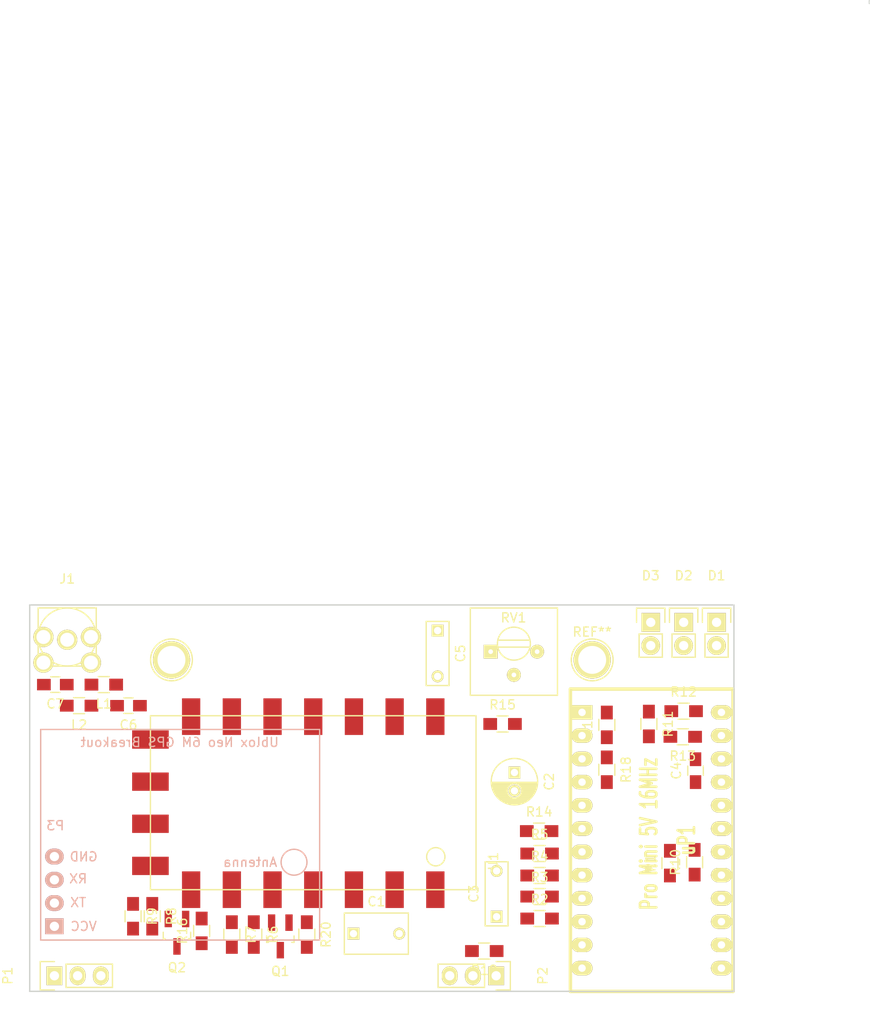
<source format=kicad_pcb>
(kicad_pcb (version 4) (host pcbnew 4.0.1-stable)

  (general
    (links 80)
    (no_connects 80)
    (area 42.2 27.524999 185.275001 172.625001)
    (thickness 1.6)
    (drawings 5)
    (tracks 0)
    (zones 0)
    (modules 43)
    (nets 34)
  )

  (page A4)
  (layers
    (0 F.Cu signal)
    (31 B.Cu signal)
    (32 B.Adhes user)
    (33 F.Adhes user)
    (34 B.Paste user)
    (35 F.Paste user)
    (36 B.SilkS user)
    (37 F.SilkS user)
    (38 B.Mask user)
    (39 F.Mask user)
    (40 Dwgs.User user)
    (41 Cmts.User user)
    (42 Eco1.User user)
    (43 Eco2.User user)
    (44 Edge.Cuts user)
    (45 Margin user)
    (46 B.CrtYd user)
    (47 F.CrtYd user)
    (48 B.Fab user)
    (49 F.Fab user)
  )

  (setup
    (last_trace_width 0.25)
    (trace_clearance 0.2)
    (zone_clearance 0.508)
    (zone_45_only no)
    (trace_min 0.2)
    (segment_width 0.2)
    (edge_width 0.15)
    (via_size 0.6)
    (via_drill 0.4)
    (via_min_size 0.4)
    (via_min_drill 0.3)
    (uvia_size 0.3)
    (uvia_drill 0.1)
    (uvias_allowed no)
    (uvia_min_size 0.2)
    (uvia_min_drill 0.1)
    (pcb_text_width 0.3)
    (pcb_text_size 1.5 1.5)
    (mod_edge_width 0.15)
    (mod_text_size 1 1)
    (mod_text_width 0.15)
    (pad_size 1.524 1.524)
    (pad_drill 0.762)
    (pad_to_mask_clearance 0.2)
    (aux_axis_origin 0 0)
    (grid_origin 93.4 93.6)
    (visible_elements FFFFFF7F)
    (pcbplotparams
      (layerselection 0x00030_80000001)
      (usegerberextensions false)
      (excludeedgelayer true)
      (linewidth 0.100000)
      (plotframeref false)
      (viasonmask false)
      (mode 1)
      (useauxorigin false)
      (hpglpennumber 1)
      (hpglpenspeed 20)
      (hpglpendiameter 15)
      (hpglpenoverlay 2)
      (psnegative false)
      (psa4output false)
      (plotreference true)
      (plotvalue true)
      (plotinvisibletext false)
      (padsonsilk false)
      (subtractmaskfromsilk false)
      (outputformat 1)
      (mirror false)
      (drillshape 1)
      (scaleselection 1)
      (outputdirectory ""))
  )

  (net 0 "")
  (net 1 /LINE_LEVEL_IN)
  (net 2 /AUDIO_IN)
  (net 3 "Net-(C2-Pad1)")
  (net 4 "Net-(C2-Pad2)")
  (net 5 GND)
  (net 6 /MIC_LEVEL_OUT)
  (net 7 +5V)
  (net 8 /D9)
  (net 9 "Net-(D1-Pad1)")
  (net 10 /D10)
  (net 11 "Net-(D2-Pad1)")
  (net 12 /V_BATT)
  (net 13 /RADIO_PD)
  (net 14 /RADIO_TX)
  (net 15 /TEMP_DATA)
  (net 16 /PTT_V+)
  (net 17 /GPS_RX)
  (net 18 "Net-(Q1-Pad2)")
  (net 19 "Net-(Q2-Pad2)")
  (net 20 /PTT_CONTROL)
  (net 21 /D7)
  (net 22 /D6)
  (net 23 /D5)
  (net 24 /D4)
  (net 25 /RADIO_PD_CONTROL)
  (net 26 "Net-(D3-Pad1)")
  (net 27 /STATUS_LED)
  (net 28 "Net-(R20-Pad1)")
  (net 29 "Net-(C6-Pad1)")
  (net 30 "Net-(C7-Pad1)")
  (net 31 "Net-(L1-Pad2)")
  (net 32 "Net-(C5-Pad2)")
  (net 33 "Net-(R17-Pad2)")

  (net_class Default "This is the default net class."
    (clearance 0.2)
    (trace_width 0.25)
    (via_dia 0.6)
    (via_drill 0.4)
    (uvia_dia 0.3)
    (uvia_drill 0.1)
    (add_net +5V)
    (add_net /AUDIO_IN)
    (add_net /D10)
    (add_net /D4)
    (add_net /D5)
    (add_net /D6)
    (add_net /D7)
    (add_net /D9)
    (add_net /GPS_RX)
    (add_net /LINE_LEVEL_IN)
    (add_net /MIC_LEVEL_OUT)
    (add_net /PTT_CONTROL)
    (add_net /PTT_V+)
    (add_net /RADIO_PD)
    (add_net /RADIO_PD_CONTROL)
    (add_net /RADIO_TX)
    (add_net /STATUS_LED)
    (add_net /TEMP_DATA)
    (add_net /V_BATT)
    (add_net GND)
    (add_net "Net-(C2-Pad1)")
    (add_net "Net-(C2-Pad2)")
    (add_net "Net-(C5-Pad2)")
    (add_net "Net-(C6-Pad1)")
    (add_net "Net-(C7-Pad1)")
    (add_net "Net-(D1-Pad1)")
    (add_net "Net-(D2-Pad1)")
    (add_net "Net-(D3-Pad1)")
    (add_net "Net-(L1-Pad2)")
    (add_net "Net-(Q1-Pad2)")
    (add_net "Net-(Q2-Pad2)")
    (add_net "Net-(R17-Pad2)")
    (add_net "Net-(R20-Pad1)")
  )

  (module Connect:1pin (layer F.Cu) (tedit 56E2E04D) (tstamp 56E2DD41)
    (at 108.9 99.6)
    (descr "module 1 pin (ou trou mecanique de percage)")
    (tags DEV)
    (fp_text reference REF** (at 0 -3.048) (layer F.SilkS) hide
      (effects (font (size 1 1) (thickness 0.15)))
    )
    (fp_text value 1pin (at 0 2.794) (layer F.Fab)
      (effects (font (size 1 1) (thickness 0.15)))
    )
    (fp_circle (center 0 0) (end 0 -2.286) (layer F.SilkS) (width 0.15))
    (pad 1 thru_hole circle (at 0 0) (size 4.064 4.064) (drill 3.048) (layers *.Cu *.Mask F.SilkS))
  )

  (module Capacitors_ThroughHole:C_Rect_L7_W4.5_P5 placed (layer F.Cu) (tedit 0) (tstamp 56DD9EEE)
    (at 128.8 129.5)
    (descr "Film Capacitor Length 7mm x Width 4.5mm, Pitch 5mm")
    (tags Capacitor)
    (path /56C9C734)
    (fp_text reference C1 (at 2.5 -3.5) (layer F.SilkS)
      (effects (font (size 1 1) (thickness 0.15)))
    )
    (fp_text value 1uF (at 2.5 3.5) (layer F.Fab)
      (effects (font (size 1 1) (thickness 0.15)))
    )
    (fp_line (start -1.25 -2.5) (end 6.25 -2.5) (layer F.CrtYd) (width 0.05))
    (fp_line (start 6.25 -2.5) (end 6.25 2.5) (layer F.CrtYd) (width 0.05))
    (fp_line (start 6.25 2.5) (end -1.25 2.5) (layer F.CrtYd) (width 0.05))
    (fp_line (start -1.25 2.5) (end -1.25 -2.5) (layer F.CrtYd) (width 0.05))
    (fp_line (start -1 -2.25) (end 6 -2.25) (layer F.SilkS) (width 0.15))
    (fp_line (start 6 -2.25) (end 6 2.25) (layer F.SilkS) (width 0.15))
    (fp_line (start 6 2.25) (end -1 2.25) (layer F.SilkS) (width 0.15))
    (fp_line (start -1 2.25) (end -1 -2.25) (layer F.SilkS) (width 0.15))
    (pad 1 thru_hole rect (at 0 0) (size 1.3 1.3) (drill 0.8) (layers *.Cu *.Mask F.SilkS)
      (net 1 /LINE_LEVEL_IN))
    (pad 2 thru_hole circle (at 5 0) (size 1.3 1.3) (drill 0.8) (layers *.Cu *.Mask F.SilkS)
      (net 2 /AUDIO_IN))
    (model Capacitors_ThroughHole.3dshapes/C_Rect_L7_W4.5_P5.wrl
      (at (xyz 0.098425 0 0))
      (scale (xyz 1 1 1))
      (rotate (xyz 0 0 0))
    )
  )

  (module Capacitors_ThroughHole:C_Radial_D5_L11_P2 placed (layer F.Cu) (tedit 0) (tstamp 56DD9EF4)
    (at 146.4 111.9 270)
    (descr "Radial Electrolytic Capacitor 5mm x Length 11mm, Pitch 2mm")
    (tags "Electrolytic Capacitor")
    (path /56C9DC4C)
    (fp_text reference C2 (at 1 -3.8 270) (layer F.SilkS)
      (effects (font (size 1 1) (thickness 0.15)))
    )
    (fp_text value 4.7uF (at 1 3.8 270) (layer F.Fab)
      (effects (font (size 1 1) (thickness 0.15)))
    )
    (fp_line (start 1.075 -2.499) (end 1.075 2.499) (layer F.SilkS) (width 0.15))
    (fp_line (start 1.215 -2.491) (end 1.215 -0.154) (layer F.SilkS) (width 0.15))
    (fp_line (start 1.215 0.154) (end 1.215 2.491) (layer F.SilkS) (width 0.15))
    (fp_line (start 1.355 -2.475) (end 1.355 -0.473) (layer F.SilkS) (width 0.15))
    (fp_line (start 1.355 0.473) (end 1.355 2.475) (layer F.SilkS) (width 0.15))
    (fp_line (start 1.495 -2.451) (end 1.495 -0.62) (layer F.SilkS) (width 0.15))
    (fp_line (start 1.495 0.62) (end 1.495 2.451) (layer F.SilkS) (width 0.15))
    (fp_line (start 1.635 -2.418) (end 1.635 -0.712) (layer F.SilkS) (width 0.15))
    (fp_line (start 1.635 0.712) (end 1.635 2.418) (layer F.SilkS) (width 0.15))
    (fp_line (start 1.775 -2.377) (end 1.775 -0.768) (layer F.SilkS) (width 0.15))
    (fp_line (start 1.775 0.768) (end 1.775 2.377) (layer F.SilkS) (width 0.15))
    (fp_line (start 1.915 -2.327) (end 1.915 -0.795) (layer F.SilkS) (width 0.15))
    (fp_line (start 1.915 0.795) (end 1.915 2.327) (layer F.SilkS) (width 0.15))
    (fp_line (start 2.055 -2.266) (end 2.055 -0.798) (layer F.SilkS) (width 0.15))
    (fp_line (start 2.055 0.798) (end 2.055 2.266) (layer F.SilkS) (width 0.15))
    (fp_line (start 2.195 -2.196) (end 2.195 -0.776) (layer F.SilkS) (width 0.15))
    (fp_line (start 2.195 0.776) (end 2.195 2.196) (layer F.SilkS) (width 0.15))
    (fp_line (start 2.335 -2.114) (end 2.335 -0.726) (layer F.SilkS) (width 0.15))
    (fp_line (start 2.335 0.726) (end 2.335 2.114) (layer F.SilkS) (width 0.15))
    (fp_line (start 2.475 -2.019) (end 2.475 -0.644) (layer F.SilkS) (width 0.15))
    (fp_line (start 2.475 0.644) (end 2.475 2.019) (layer F.SilkS) (width 0.15))
    (fp_line (start 2.615 -1.908) (end 2.615 -0.512) (layer F.SilkS) (width 0.15))
    (fp_line (start 2.615 0.512) (end 2.615 1.908) (layer F.SilkS) (width 0.15))
    (fp_line (start 2.755 -1.78) (end 2.755 -0.265) (layer F.SilkS) (width 0.15))
    (fp_line (start 2.755 0.265) (end 2.755 1.78) (layer F.SilkS) (width 0.15))
    (fp_line (start 2.895 -1.631) (end 2.895 1.631) (layer F.SilkS) (width 0.15))
    (fp_line (start 3.035 -1.452) (end 3.035 1.452) (layer F.SilkS) (width 0.15))
    (fp_line (start 3.175 -1.233) (end 3.175 1.233) (layer F.SilkS) (width 0.15))
    (fp_line (start 3.315 -0.944) (end 3.315 0.944) (layer F.SilkS) (width 0.15))
    (fp_line (start 3.455 -0.472) (end 3.455 0.472) (layer F.SilkS) (width 0.15))
    (fp_circle (center 2 0) (end 2 -0.8) (layer F.SilkS) (width 0.15))
    (fp_circle (center 1 0) (end 1 -2.5375) (layer F.SilkS) (width 0.15))
    (fp_circle (center 1 0) (end 1 -2.8) (layer F.CrtYd) (width 0.05))
    (pad 1 thru_hole rect (at 0 0 270) (size 1.3 1.3) (drill 0.8) (layers *.Cu *.Mask F.SilkS)
      (net 3 "Net-(C2-Pad1)"))
    (pad 2 thru_hole circle (at 2 0 270) (size 1.3 1.3) (drill 0.8) (layers *.Cu *.Mask F.SilkS)
      (net 4 "Net-(C2-Pad2)"))
    (model Capacitors_ThroughHole.3dshapes/C_Radial_D5_L11_P2.wrl
      (at (xyz 0 0 0))
      (scale (xyz 1 1 1))
      (rotate (xyz 0 0 0))
    )
  )

  (module Capacitors_ThroughHole:C_Rect_L7_W2.5_P5 placed (layer F.Cu) (tedit 0) (tstamp 56DD9EFA)
    (at 144.45 127.65 90)
    (descr "Film Capacitor Length 7mm x Width 2.5mm, Pitch 5mm")
    (tags Capacitor)
    (path /56C9DC08)
    (fp_text reference C3 (at 2.5 -2.5 90) (layer F.SilkS)
      (effects (font (size 1 1) (thickness 0.15)))
    )
    (fp_text value 100nF (at 2.5 2.5 90) (layer F.Fab)
      (effects (font (size 1 1) (thickness 0.15)))
    )
    (fp_line (start -1.25 -1.5) (end 6.25 -1.5) (layer F.CrtYd) (width 0.05))
    (fp_line (start 6.25 -1.5) (end 6.25 1.5) (layer F.CrtYd) (width 0.05))
    (fp_line (start 6.25 1.5) (end -1.25 1.5) (layer F.CrtYd) (width 0.05))
    (fp_line (start -1.25 1.5) (end -1.25 -1.5) (layer F.CrtYd) (width 0.05))
    (fp_line (start -1 -1.25) (end 6 -1.25) (layer F.SilkS) (width 0.15))
    (fp_line (start 6 -1.25) (end 6 1.25) (layer F.SilkS) (width 0.15))
    (fp_line (start 6 1.25) (end -1 1.25) (layer F.SilkS) (width 0.15))
    (fp_line (start -1 1.25) (end -1 -1.25) (layer F.SilkS) (width 0.15))
    (pad 1 thru_hole rect (at 0 0 90) (size 1.3 1.3) (drill 0.8) (layers *.Cu *.Mask F.SilkS)
      (net 4 "Net-(C2-Pad2)"))
    (pad 2 thru_hole circle (at 5 0 90) (size 1.3 1.3) (drill 0.8) (layers *.Cu *.Mask F.SilkS)
      (net 5 GND))
  )

  (module Capacitors_SMD:C_0805_HandSoldering placed (layer F.Cu) (tedit 541A9B8D) (tstamp 56DD9F0C)
    (at 104.2 104.6 180)
    (descr "Capacitor SMD 0805, hand soldering")
    (tags "capacitor 0805")
    (path /56DD9C68)
    (attr smd)
    (fp_text reference C6 (at 0 -2.1 180) (layer F.SilkS)
      (effects (font (size 1 1) (thickness 0.15)))
    )
    (fp_text value 15pF (at 0 2.1 180) (layer F.Fab)
      (effects (font (size 1 1) (thickness 0.15)))
    )
    (fp_line (start -2.3 -1) (end 2.3 -1) (layer F.CrtYd) (width 0.05))
    (fp_line (start -2.3 1) (end 2.3 1) (layer F.CrtYd) (width 0.05))
    (fp_line (start -2.3 -1) (end -2.3 1) (layer F.CrtYd) (width 0.05))
    (fp_line (start 2.3 -1) (end 2.3 1) (layer F.CrtYd) (width 0.05))
    (fp_line (start 0.5 -0.85) (end -0.5 -0.85) (layer F.SilkS) (width 0.15))
    (fp_line (start -0.5 0.85) (end 0.5 0.85) (layer F.SilkS) (width 0.15))
    (pad 1 smd rect (at -1.25 0 180) (size 1.5 1.25) (layers F.Cu F.Paste F.Mask)
      (net 29 "Net-(C6-Pad1)"))
    (pad 2 smd rect (at 1.25 0 180) (size 1.5 1.25) (layers F.Cu F.Paste F.Mask)
      (net 5 GND))
    (model Capacitors_SMD.3dshapes/C_0805_HandSoldering.wrl
      (at (xyz 0 0 0))
      (scale (xyz 1 1 1))
      (rotate (xyz 0 0 0))
    )
  )

  (module Capacitors_SMD:C_0805_HandSoldering placed (layer F.Cu) (tedit 541A9B8D) (tstamp 56DD9F12)
    (at 96.2 102.3 180)
    (descr "Capacitor SMD 0805, hand soldering")
    (tags "capacitor 0805")
    (path /56DD9CFA)
    (attr smd)
    (fp_text reference C7 (at 0 -2.1 180) (layer F.SilkS)
      (effects (font (size 1 1) (thickness 0.15)))
    )
    (fp_text value 15pF (at 0 2.1 180) (layer F.Fab)
      (effects (font (size 1 1) (thickness 0.15)))
    )
    (fp_line (start -2.3 -1) (end 2.3 -1) (layer F.CrtYd) (width 0.05))
    (fp_line (start -2.3 1) (end 2.3 1) (layer F.CrtYd) (width 0.05))
    (fp_line (start -2.3 -1) (end -2.3 1) (layer F.CrtYd) (width 0.05))
    (fp_line (start 2.3 -1) (end 2.3 1) (layer F.CrtYd) (width 0.05))
    (fp_line (start 0.5 -0.85) (end -0.5 -0.85) (layer F.SilkS) (width 0.15))
    (fp_line (start -0.5 0.85) (end 0.5 0.85) (layer F.SilkS) (width 0.15))
    (pad 1 smd rect (at -1.25 0 180) (size 1.5 1.25) (layers F.Cu F.Paste F.Mask)
      (net 30 "Net-(C7-Pad1)"))
    (pad 2 smd rect (at 1.25 0 180) (size 1.5 1.25) (layers F.Cu F.Paste F.Mask)
      (net 5 GND))
    (model Capacitors_SMD.3dshapes/C_0805_HandSoldering.wrl
      (at (xyz 0 0 0))
      (scale (xyz 1 1 1))
      (rotate (xyz 0 0 0))
    )
  )

  (module Pin_Headers:Pin_Header_Straight_1x02 placed (layer F.Cu) (tedit 54EA090C) (tstamp 56DD9F18)
    (at 168.5 95.5)
    (descr "Through hole pin header")
    (tags "pin header")
    (path /56C9DB34)
    (fp_text reference D1 (at 0 -5.1) (layer F.SilkS)
      (effects (font (size 1 1) (thickness 0.15)))
    )
    (fp_text value "TX (GREEN)" (at 0 -3.1) (layer F.Fab)
      (effects (font (size 1 1) (thickness 0.15)))
    )
    (fp_line (start 1.27 1.27) (end 1.27 3.81) (layer F.SilkS) (width 0.15))
    (fp_line (start 1.55 -1.55) (end 1.55 0) (layer F.SilkS) (width 0.15))
    (fp_line (start -1.75 -1.75) (end -1.75 4.3) (layer F.CrtYd) (width 0.05))
    (fp_line (start 1.75 -1.75) (end 1.75 4.3) (layer F.CrtYd) (width 0.05))
    (fp_line (start -1.75 -1.75) (end 1.75 -1.75) (layer F.CrtYd) (width 0.05))
    (fp_line (start -1.75 4.3) (end 1.75 4.3) (layer F.CrtYd) (width 0.05))
    (fp_line (start 1.27 1.27) (end -1.27 1.27) (layer F.SilkS) (width 0.15))
    (fp_line (start -1.55 0) (end -1.55 -1.55) (layer F.SilkS) (width 0.15))
    (fp_line (start -1.55 -1.55) (end 1.55 -1.55) (layer F.SilkS) (width 0.15))
    (fp_line (start -1.27 1.27) (end -1.27 3.81) (layer F.SilkS) (width 0.15))
    (fp_line (start -1.27 3.81) (end 1.27 3.81) (layer F.SilkS) (width 0.15))
    (pad 1 thru_hole rect (at 0 0) (size 2.032 2.032) (drill 1.016) (layers *.Cu *.Mask F.SilkS)
      (net 9 "Net-(D1-Pad1)"))
    (pad 2 thru_hole oval (at 0 2.54) (size 2.032 2.032) (drill 1.016) (layers *.Cu *.Mask F.SilkS)
      (net 8 /D9))
    (model Pin_Headers.3dshapes/Pin_Header_Straight_1x02.wrl
      (at (xyz 0 -0.05 0))
      (scale (xyz 1 1 1))
      (rotate (xyz 0 0 90))
    )
  )

  (module Pin_Headers:Pin_Header_Straight_1x02 placed (layer F.Cu) (tedit 54EA090C) (tstamp 56DD9F1E)
    (at 164.9 95.5)
    (descr "Through hole pin header")
    (tags "pin header")
    (path /56C9DB72)
    (fp_text reference D2 (at 0 -5.1) (layer F.SilkS)
      (effects (font (size 1 1) (thickness 0.15)))
    )
    (fp_text value "RX (RED)" (at 0 -3.1) (layer F.Fab)
      (effects (font (size 1 1) (thickness 0.15)))
    )
    (fp_line (start 1.27 1.27) (end 1.27 3.81) (layer F.SilkS) (width 0.15))
    (fp_line (start 1.55 -1.55) (end 1.55 0) (layer F.SilkS) (width 0.15))
    (fp_line (start -1.75 -1.75) (end -1.75 4.3) (layer F.CrtYd) (width 0.05))
    (fp_line (start 1.75 -1.75) (end 1.75 4.3) (layer F.CrtYd) (width 0.05))
    (fp_line (start -1.75 -1.75) (end 1.75 -1.75) (layer F.CrtYd) (width 0.05))
    (fp_line (start -1.75 4.3) (end 1.75 4.3) (layer F.CrtYd) (width 0.05))
    (fp_line (start 1.27 1.27) (end -1.27 1.27) (layer F.SilkS) (width 0.15))
    (fp_line (start -1.55 0) (end -1.55 -1.55) (layer F.SilkS) (width 0.15))
    (fp_line (start -1.55 -1.55) (end 1.55 -1.55) (layer F.SilkS) (width 0.15))
    (fp_line (start -1.27 1.27) (end -1.27 3.81) (layer F.SilkS) (width 0.15))
    (fp_line (start -1.27 3.81) (end 1.27 3.81) (layer F.SilkS) (width 0.15))
    (pad 1 thru_hole rect (at 0 0) (size 2.032 2.032) (drill 1.016) (layers *.Cu *.Mask F.SilkS)
      (net 11 "Net-(D2-Pad1)"))
    (pad 2 thru_hole oval (at 0 2.54) (size 2.032 2.032) (drill 1.016) (layers *.Cu *.Mask F.SilkS)
      (net 10 /D10))
    (model Pin_Headers.3dshapes/Pin_Header_Straight_1x02.wrl
      (at (xyz 0 -0.05 0))
      (scale (xyz 1 1 1))
      (rotate (xyz 0 0 90))
    )
  )

  (module Pin_Headers:Pin_Header_Straight_1x02 placed (layer F.Cu) (tedit 54EA090C) (tstamp 56DD9F24)
    (at 161.3 95.5)
    (descr "Through hole pin header")
    (tags "pin header")
    (path /56DD8E67)
    (fp_text reference D3 (at 0 -5.1) (layer F.SilkS)
      (effects (font (size 1 1) (thickness 0.15)))
    )
    (fp_text value "STATUS (GREEN)" (at 0 -3.1) (layer F.Fab)
      (effects (font (size 1 1) (thickness 0.15)))
    )
    (fp_line (start 1.27 1.27) (end 1.27 3.81) (layer F.SilkS) (width 0.15))
    (fp_line (start 1.55 -1.55) (end 1.55 0) (layer F.SilkS) (width 0.15))
    (fp_line (start -1.75 -1.75) (end -1.75 4.3) (layer F.CrtYd) (width 0.05))
    (fp_line (start 1.75 -1.75) (end 1.75 4.3) (layer F.CrtYd) (width 0.05))
    (fp_line (start -1.75 -1.75) (end 1.75 -1.75) (layer F.CrtYd) (width 0.05))
    (fp_line (start -1.75 4.3) (end 1.75 4.3) (layer F.CrtYd) (width 0.05))
    (fp_line (start 1.27 1.27) (end -1.27 1.27) (layer F.SilkS) (width 0.15))
    (fp_line (start -1.55 0) (end -1.55 -1.55) (layer F.SilkS) (width 0.15))
    (fp_line (start -1.55 -1.55) (end 1.55 -1.55) (layer F.SilkS) (width 0.15))
    (fp_line (start -1.27 1.27) (end -1.27 3.81) (layer F.SilkS) (width 0.15))
    (fp_line (start -1.27 3.81) (end 1.27 3.81) (layer F.SilkS) (width 0.15))
    (pad 1 thru_hole rect (at 0 0) (size 2.032 2.032) (drill 1.016) (layers *.Cu *.Mask F.SilkS)
      (net 26 "Net-(D3-Pad1)"))
    (pad 2 thru_hole oval (at 0 2.54) (size 2.032 2.032) (drill 1.016) (layers *.Cu *.Mask F.SilkS)
      (net 27 /STATUS_LED))
    (model Pin_Headers.3dshapes/Pin_Header_Straight_1x02.wrl
      (at (xyz 0 -0.05 0))
      (scale (xyz 1 1 1))
      (rotate (xyz 0 0 90))
    )
  )

  (module sma_female_top:sma_female_top placed (layer F.Cu) (tedit 56A73071) (tstamp 56DD9F2D)
    (at 97.5 97.1 180)
    (path /56DD4C3D)
    (fp_text reference J1 (at 0 6.35 180) (layer F.SilkS)
      (effects (font (size 1 1) (thickness 0.15)))
    )
    (fp_text value SMA (at 0.1 2.8 180) (layer F.Fab)
      (effects (font (size 1 1) (thickness 0.15)))
    )
    (fp_circle (center 0 0) (end 0 -3.175) (layer F.SilkS) (width 0.15))
    (fp_line (start -3.175 -3.175) (end -3.175 3.175) (layer F.SilkS) (width 0.15))
    (fp_line (start -3.175 3.175) (end 3.175 3.175) (layer F.SilkS) (width 0.15))
    (fp_line (start 3.175 3.175) (end 3.175 -3.175) (layer F.SilkS) (width 0.15))
    (fp_line (start 3.175 -3.175) (end -3.175 -3.175) (layer F.SilkS) (width 0.15))
    (pad 1 thru_hole circle (at 0 -0.3 180) (size 2.2 2.2) (drill 1.524) (layers *.Cu *.Mask F.SilkS)
      (net 30 "Net-(C7-Pad1)"))
    (pad 4 thru_hole circle (at 2.6 -2.8 180) (size 2.2 2.2) (drill 1.524) (layers *.Cu *.Mask F.SilkS)
      (net 5 GND))
    (pad 3 thru_hole circle (at -2.6 -2.8 180) (size 2.2 2.2) (drill 1.524) (layers *.Cu *.Mask F.SilkS)
      (net 5 GND))
    (pad 2 thru_hole circle (at -2.6 0 180) (size 2.2 2.2) (drill 1.524) (layers *.Cu *.Mask F.SilkS)
      (net 5 GND))
    (pad 5 thru_hole circle (at 2.6 0 180) (size 2.2 2.2) (drill 1.524) (layers *.Cu *.Mask F.SilkS)
      (net 5 GND))
  )

  (module Resistors_SMD:R_0805_HandSoldering placed (layer F.Cu) (tedit 54189DEE) (tstamp 56DD9F33)
    (at 101.5 102.3 180)
    (descr "Resistor SMD 0805, hand soldering")
    (tags "resistor 0805")
    (path /56DD9B69)
    (attr smd)
    (fp_text reference L1 (at 0 -2.1 180) (layer F.SilkS)
      (effects (font (size 1 1) (thickness 0.15)))
    )
    (fp_text value 0.027uH (at 0 2.1 180) (layer F.Fab)
      (effects (font (size 1 1) (thickness 0.15)))
    )
    (fp_line (start -2.4 -1) (end 2.4 -1) (layer F.CrtYd) (width 0.05))
    (fp_line (start -2.4 1) (end 2.4 1) (layer F.CrtYd) (width 0.05))
    (fp_line (start -2.4 -1) (end -2.4 1) (layer F.CrtYd) (width 0.05))
    (fp_line (start 2.4 -1) (end 2.4 1) (layer F.CrtYd) (width 0.05))
    (fp_line (start 0.6 0.875) (end -0.6 0.875) (layer F.SilkS) (width 0.15))
    (fp_line (start -0.6 -0.875) (end 0.6 -0.875) (layer F.SilkS) (width 0.15))
    (pad 1 smd rect (at -1.35 0 180) (size 1.5 1.3) (layers F.Cu F.Paste F.Mask)
      (net 29 "Net-(C6-Pad1)"))
    (pad 2 smd rect (at 1.35 0 180) (size 1.5 1.3) (layers F.Cu F.Paste F.Mask)
      (net 31 "Net-(L1-Pad2)"))
    (model Resistors_SMD.3dshapes/R_0805_HandSoldering.wrl
      (at (xyz 0 0 0))
      (scale (xyz 1 1 1))
      (rotate (xyz 0 0 0))
    )
  )

  (module Resistors_SMD:R_0805_HandSoldering placed (layer F.Cu) (tedit 54189DEE) (tstamp 56DD9F39)
    (at 98.8 104.6 180)
    (descr "Resistor SMD 0805, hand soldering")
    (tags "resistor 0805")
    (path /56DDA6F2)
    (attr smd)
    (fp_text reference L2 (at 0 -2.1 180) (layer F.SilkS)
      (effects (font (size 1 1) (thickness 0.15)))
    )
    (fp_text value 0.027uH (at 0 2.1 180) (layer F.Fab)
      (effects (font (size 1 1) (thickness 0.15)))
    )
    (fp_line (start -2.4 -1) (end 2.4 -1) (layer F.CrtYd) (width 0.05))
    (fp_line (start -2.4 1) (end 2.4 1) (layer F.CrtYd) (width 0.05))
    (fp_line (start -2.4 -1) (end -2.4 1) (layer F.CrtYd) (width 0.05))
    (fp_line (start 2.4 -1) (end 2.4 1) (layer F.CrtYd) (width 0.05))
    (fp_line (start 0.6 0.875) (end -0.6 0.875) (layer F.SilkS) (width 0.15))
    (fp_line (start -0.6 -0.875) (end 0.6 -0.875) (layer F.SilkS) (width 0.15))
    (pad 1 smd rect (at -1.35 0 180) (size 1.5 1.3) (layers F.Cu F.Paste F.Mask)
      (net 31 "Net-(L1-Pad2)"))
    (pad 2 smd rect (at 1.35 0 180) (size 1.5 1.3) (layers F.Cu F.Paste F.Mask)
      (net 30 "Net-(C7-Pad1)"))
    (model Resistors_SMD.3dshapes/R_0805_HandSoldering.wrl
      (at (xyz 0 0 0))
      (scale (xyz 1 1 1))
      (rotate (xyz 0 0 0))
    )
  )

  (module Pin_Headers:Pin_Header_Straight_1x03 placed (layer F.Cu) (tedit 0) (tstamp 56DD9F40)
    (at 96.1 134.1 90)
    (descr "Through hole pin header")
    (tags "pin header")
    (path /56CB6451)
    (fp_text reference P1 (at 0 -5.1 90) (layer F.SilkS)
      (effects (font (size 1 1) (thickness 0.15)))
    )
    (fp_text value POWER (at 0 -3.1 90) (layer F.Fab)
      (effects (font (size 1 1) (thickness 0.15)))
    )
    (fp_line (start -1.75 -1.75) (end -1.75 6.85) (layer F.CrtYd) (width 0.05))
    (fp_line (start 1.75 -1.75) (end 1.75 6.85) (layer F.CrtYd) (width 0.05))
    (fp_line (start -1.75 -1.75) (end 1.75 -1.75) (layer F.CrtYd) (width 0.05))
    (fp_line (start -1.75 6.85) (end 1.75 6.85) (layer F.CrtYd) (width 0.05))
    (fp_line (start -1.27 1.27) (end -1.27 6.35) (layer F.SilkS) (width 0.15))
    (fp_line (start -1.27 6.35) (end 1.27 6.35) (layer F.SilkS) (width 0.15))
    (fp_line (start 1.27 6.35) (end 1.27 1.27) (layer F.SilkS) (width 0.15))
    (fp_line (start 1.55 -1.55) (end 1.55 0) (layer F.SilkS) (width 0.15))
    (fp_line (start 1.27 1.27) (end -1.27 1.27) (layer F.SilkS) (width 0.15))
    (fp_line (start -1.55 0) (end -1.55 -1.55) (layer F.SilkS) (width 0.15))
    (fp_line (start -1.55 -1.55) (end 1.55 -1.55) (layer F.SilkS) (width 0.15))
    (pad 1 thru_hole rect (at 0 0 90) (size 2.032 1.7272) (drill 1.016) (layers *.Cu *.Mask F.SilkS)
      (net 12 /V_BATT))
    (pad 2 thru_hole oval (at 0 2.54 90) (size 2.032 1.7272) (drill 1.016) (layers *.Cu *.Mask F.SilkS)
      (net 5 GND))
    (pad 3 thru_hole oval (at 0 5.08 90) (size 2.032 1.7272) (drill 1.016) (layers *.Cu *.Mask F.SilkS)
      (net 7 +5V))
    (model Pin_Headers.3dshapes/Pin_Header_Straight_1x03.wrl
      (at (xyz 0 -0.1 0))
      (scale (xyz 1 1 1))
      (rotate (xyz 0 0 90))
    )
  )

  (module TO_SOT_Packages_SMD:SOT-23_Handsoldering placed (layer F.Cu) (tedit 54E9291B) (tstamp 56DD9F56)
    (at 120.8 129.8 180)
    (descr "SOT-23, Handsoldering")
    (tags SOT-23)
    (path /56C9C6A9)
    (attr smd)
    (fp_text reference Q1 (at 0 -3.81 180) (layer F.SilkS)
      (effects (font (size 1 1) (thickness 0.15)))
    )
    (fp_text value 2N7002 (at 0 3.81 180) (layer F.Fab)
      (effects (font (size 1 1) (thickness 0.15)))
    )
    (fp_line (start -1.49982 0.0508) (end -1.49982 -0.65024) (layer F.SilkS) (width 0.15))
    (fp_line (start -1.49982 -0.65024) (end -1.2509 -0.65024) (layer F.SilkS) (width 0.15))
    (fp_line (start 1.29916 -0.65024) (end 1.49982 -0.65024) (layer F.SilkS) (width 0.15))
    (fp_line (start 1.49982 -0.65024) (end 1.49982 0.0508) (layer F.SilkS) (width 0.15))
    (pad 1 smd rect (at -0.95 1.50114 180) (size 0.8001 1.80086) (layers F.Cu F.Paste F.Mask)
      (net 16 /PTT_V+))
    (pad 2 smd rect (at 0.95 1.50114 180) (size 0.8001 1.80086) (layers F.Cu F.Paste F.Mask)
      (net 18 "Net-(Q1-Pad2)"))
    (pad 3 smd rect (at 0 -1.50114 180) (size 0.8001 1.80086) (layers F.Cu F.Paste F.Mask)
      (net 5 GND))
    (model TO_SOT_Packages_SMD.3dshapes/SOT-23_Handsoldering.wrl
      (at (xyz 0 0 0))
      (scale (xyz 1 1 1))
      (rotate (xyz 0 0 0))
    )
  )

  (module TO_SOT_Packages_SMD:SOT-23_Handsoldering placed (layer F.Cu) (tedit 54E9291B) (tstamp 56DD9F5D)
    (at 109.5 129.4 180)
    (descr "SOT-23, Handsoldering")
    (tags SOT-23)
    (path /56D9C472)
    (attr smd)
    (fp_text reference Q2 (at 0 -3.81 180) (layer F.SilkS)
      (effects (font (size 1 1) (thickness 0.15)))
    )
    (fp_text value 2N7002 (at 0 3.81 180) (layer F.Fab)
      (effects (font (size 1 1) (thickness 0.15)))
    )
    (fp_line (start -1.49982 0.0508) (end -1.49982 -0.65024) (layer F.SilkS) (width 0.15))
    (fp_line (start -1.49982 -0.65024) (end -1.2509 -0.65024) (layer F.SilkS) (width 0.15))
    (fp_line (start 1.29916 -0.65024) (end 1.49982 -0.65024) (layer F.SilkS) (width 0.15))
    (fp_line (start 1.49982 -0.65024) (end 1.49982 0.0508) (layer F.SilkS) (width 0.15))
    (pad 1 smd rect (at -0.95 1.50114 180) (size 0.8001 1.80086) (layers F.Cu F.Paste F.Mask)
      (net 13 /RADIO_PD))
    (pad 2 smd rect (at 0.95 1.50114 180) (size 0.8001 1.80086) (layers F.Cu F.Paste F.Mask)
      (net 19 "Net-(Q2-Pad2)"))
    (pad 3 smd rect (at 0 -1.50114 180) (size 0.8001 1.80086) (layers F.Cu F.Paste F.Mask)
      (net 5 GND))
    (model TO_SOT_Packages_SMD.3dshapes/SOT-23_Handsoldering.wrl
      (at (xyz 0 0 0))
      (scale (xyz 1 1 1))
      (rotate (xyz 0 0 0))
    )
  )

  (module Resistors_SMD:R_0805_HandSoldering placed (layer F.Cu) (tedit 54189DEE) (tstamp 56DD9F63)
    (at 163.4 121.8 90)
    (descr "Resistor SMD 0805, hand soldering")
    (tags "resistor 0805")
    (path /56C9C70D)
    (attr smd)
    (fp_text reference R1 (at 0 -2.1 90) (layer F.SilkS)
      (effects (font (size 1 1) (thickness 0.15)))
    )
    (fp_text value 100K (at 0 2.1 90) (layer F.Fab)
      (effects (font (size 1 1) (thickness 0.15)))
    )
    (fp_line (start -2.4 -1) (end 2.4 -1) (layer F.CrtYd) (width 0.05))
    (fp_line (start -2.4 1) (end 2.4 1) (layer F.CrtYd) (width 0.05))
    (fp_line (start -2.4 -1) (end -2.4 1) (layer F.CrtYd) (width 0.05))
    (fp_line (start 2.4 -1) (end 2.4 1) (layer F.CrtYd) (width 0.05))
    (fp_line (start 0.6 0.875) (end -0.6 0.875) (layer F.SilkS) (width 0.15))
    (fp_line (start -0.6 -0.875) (end 0.6 -0.875) (layer F.SilkS) (width 0.15))
    (pad 1 smd rect (at -1.35 0 90) (size 1.5 1.3) (layers F.Cu F.Paste F.Mask)
      (net 2 /AUDIO_IN))
    (pad 2 smd rect (at 1.35 0 90) (size 1.5 1.3) (layers F.Cu F.Paste F.Mask)
      (net 7 +5V))
    (model Resistors_SMD.3dshapes/R_0805_HandSoldering.wrl
      (at (xyz 0 0 0))
      (scale (xyz 1 1 1))
      (rotate (xyz 0 0 0))
    )
  )

  (module Resistors_SMD:R_0805_HandSoldering placed (layer F.Cu) (tedit 54189DEE) (tstamp 56DD9F69)
    (at 149.15 127.85)
    (descr "Resistor SMD 0805, hand soldering")
    (tags "resistor 0805")
    (path /56C9DA36)
    (attr smd)
    (fp_text reference R2 (at 0 -2.1) (layer F.SilkS)
      (effects (font (size 1 1) (thickness 0.15)))
    )
    (fp_text value "1K 1%" (at 0 2.1) (layer F.Fab)
      (effects (font (size 1 1) (thickness 0.15)))
    )
    (fp_line (start -2.4 -1) (end 2.4 -1) (layer F.CrtYd) (width 0.05))
    (fp_line (start -2.4 1) (end 2.4 1) (layer F.CrtYd) (width 0.05))
    (fp_line (start -2.4 -1) (end -2.4 1) (layer F.CrtYd) (width 0.05))
    (fp_line (start 2.4 -1) (end 2.4 1) (layer F.CrtYd) (width 0.05))
    (fp_line (start 0.6 0.875) (end -0.6 0.875) (layer F.SilkS) (width 0.15))
    (fp_line (start -0.6 -0.875) (end 0.6 -0.875) (layer F.SilkS) (width 0.15))
    (pad 1 smd rect (at -1.35 0) (size 1.5 1.3) (layers F.Cu F.Paste F.Mask)
      (net 4 "Net-(C2-Pad2)"))
    (pad 2 smd rect (at 1.35 0) (size 1.5 1.3) (layers F.Cu F.Paste F.Mask)
      (net 21 /D7))
    (model Resistors_SMD.3dshapes/R_0805_HandSoldering.wrl
      (at (xyz 0 0 0))
      (scale (xyz 1 1 1))
      (rotate (xyz 0 0 0))
    )
  )

  (module Resistors_SMD:R_0805_HandSoldering placed (layer F.Cu) (tedit 54189DEE) (tstamp 56DD9F6F)
    (at 149.15 125.45)
    (descr "Resistor SMD 0805, hand soldering")
    (tags "resistor 0805")
    (path /56C9DA6A)
    (attr smd)
    (fp_text reference R3 (at 0 -2.1) (layer F.SilkS)
      (effects (font (size 1 1) (thickness 0.15)))
    )
    (fp_text value "2K2 1%" (at 0 2.1) (layer F.Fab)
      (effects (font (size 1 1) (thickness 0.15)))
    )
    (fp_line (start -2.4 -1) (end 2.4 -1) (layer F.CrtYd) (width 0.05))
    (fp_line (start -2.4 1) (end 2.4 1) (layer F.CrtYd) (width 0.05))
    (fp_line (start -2.4 -1) (end -2.4 1) (layer F.CrtYd) (width 0.05))
    (fp_line (start 2.4 -1) (end 2.4 1) (layer F.CrtYd) (width 0.05))
    (fp_line (start 0.6 0.875) (end -0.6 0.875) (layer F.SilkS) (width 0.15))
    (fp_line (start -0.6 -0.875) (end 0.6 -0.875) (layer F.SilkS) (width 0.15))
    (pad 1 smd rect (at -1.35 0) (size 1.5 1.3) (layers F.Cu F.Paste F.Mask)
      (net 4 "Net-(C2-Pad2)"))
    (pad 2 smd rect (at 1.35 0) (size 1.5 1.3) (layers F.Cu F.Paste F.Mask)
      (net 22 /D6))
    (model Resistors_SMD.3dshapes/R_0805_HandSoldering.wrl
      (at (xyz 0 0 0))
      (scale (xyz 1 1 1))
      (rotate (xyz 0 0 0))
    )
  )

  (module Resistors_SMD:R_0805_HandSoldering placed (layer F.Cu) (tedit 54189DEE) (tstamp 56DD9F75)
    (at 149.15 123.15)
    (descr "Resistor SMD 0805, hand soldering")
    (tags "resistor 0805")
    (path /56C9DAC8)
    (attr smd)
    (fp_text reference R4 (at 0 -2.1) (layer F.SilkS)
      (effects (font (size 1 1) (thickness 0.15)))
    )
    (fp_text value "3K9 1%" (at 0 2.1) (layer F.Fab)
      (effects (font (size 1 1) (thickness 0.15)))
    )
    (fp_line (start -2.4 -1) (end 2.4 -1) (layer F.CrtYd) (width 0.05))
    (fp_line (start -2.4 1) (end 2.4 1) (layer F.CrtYd) (width 0.05))
    (fp_line (start -2.4 -1) (end -2.4 1) (layer F.CrtYd) (width 0.05))
    (fp_line (start 2.4 -1) (end 2.4 1) (layer F.CrtYd) (width 0.05))
    (fp_line (start 0.6 0.875) (end -0.6 0.875) (layer F.SilkS) (width 0.15))
    (fp_line (start -0.6 -0.875) (end 0.6 -0.875) (layer F.SilkS) (width 0.15))
    (pad 1 smd rect (at -1.35 0) (size 1.5 1.3) (layers F.Cu F.Paste F.Mask)
      (net 4 "Net-(C2-Pad2)"))
    (pad 2 smd rect (at 1.35 0) (size 1.5 1.3) (layers F.Cu F.Paste F.Mask)
      (net 23 /D5))
    (model Resistors_SMD.3dshapes/R_0805_HandSoldering.wrl
      (at (xyz 0 0 0))
      (scale (xyz 1 1 1))
      (rotate (xyz 0 0 0))
    )
  )

  (module Resistors_SMD:R_0805_HandSoldering placed (layer F.Cu) (tedit 54189DEE) (tstamp 56DD9F7B)
    (at 149.15 120.75)
    (descr "Resistor SMD 0805, hand soldering")
    (tags "resistor 0805")
    (path /56C9DAFD)
    (attr smd)
    (fp_text reference R5 (at 0 -2.1) (layer F.SilkS)
      (effects (font (size 1 1) (thickness 0.15)))
    )
    (fp_text value "8K2 1%" (at 0 2.1) (layer F.Fab)
      (effects (font (size 1 1) (thickness 0.15)))
    )
    (fp_line (start -2.4 -1) (end 2.4 -1) (layer F.CrtYd) (width 0.05))
    (fp_line (start -2.4 1) (end 2.4 1) (layer F.CrtYd) (width 0.05))
    (fp_line (start -2.4 -1) (end -2.4 1) (layer F.CrtYd) (width 0.05))
    (fp_line (start 2.4 -1) (end 2.4 1) (layer F.CrtYd) (width 0.05))
    (fp_line (start 0.6 0.875) (end -0.6 0.875) (layer F.SilkS) (width 0.15))
    (fp_line (start -0.6 -0.875) (end 0.6 -0.875) (layer F.SilkS) (width 0.15))
    (pad 1 smd rect (at -1.35 0) (size 1.5 1.3) (layers F.Cu F.Paste F.Mask)
      (net 4 "Net-(C2-Pad2)"))
    (pad 2 smd rect (at 1.35 0) (size 1.5 1.3) (layers F.Cu F.Paste F.Mask)
      (net 24 /D4))
    (model Resistors_SMD.3dshapes/R_0805_HandSoldering.wrl
      (at (xyz 0 0 0))
      (scale (xyz 1 1 1))
      (rotate (xyz 0 0 0))
    )
  )

  (module Resistors_SMD:R_0805_HandSoldering placed (layer F.Cu) (tedit 54189DEE) (tstamp 56DD9F81)
    (at 117.9 129.6 270)
    (descr "Resistor SMD 0805, hand soldering")
    (tags "resistor 0805")
    (path /56C9C7DE)
    (attr smd)
    (fp_text reference R6 (at 0 -2.1 270) (layer F.SilkS)
      (effects (font (size 1 1) (thickness 0.15)))
    )
    (fp_text value 1K (at 0 2.1 270) (layer F.Fab)
      (effects (font (size 1 1) (thickness 0.15)))
    )
    (fp_line (start -2.4 -1) (end 2.4 -1) (layer F.CrtYd) (width 0.05))
    (fp_line (start -2.4 1) (end 2.4 1) (layer F.CrtYd) (width 0.05))
    (fp_line (start -2.4 -1) (end -2.4 1) (layer F.CrtYd) (width 0.05))
    (fp_line (start 2.4 -1) (end 2.4 1) (layer F.CrtYd) (width 0.05))
    (fp_line (start 0.6 0.875) (end -0.6 0.875) (layer F.SilkS) (width 0.15))
    (fp_line (start -0.6 -0.875) (end 0.6 -0.875) (layer F.SilkS) (width 0.15))
    (pad 1 smd rect (at -1.35 0 270) (size 1.5 1.3) (layers F.Cu F.Paste F.Mask)
      (net 18 "Net-(Q1-Pad2)"))
    (pad 2 smd rect (at 1.35 0 270) (size 1.5 1.3) (layers F.Cu F.Paste F.Mask)
      (net 20 /PTT_CONTROL))
    (model Resistors_SMD.3dshapes/R_0805_HandSoldering.wrl
      (at (xyz 0 0 0))
      (scale (xyz 1 1 1))
      (rotate (xyz 0 0 0))
    )
  )

  (module Resistors_SMD:R_0805_HandSoldering placed (layer F.Cu) (tedit 54189DEE) (tstamp 56DD9F87)
    (at 115.5 129.6 270)
    (descr "Resistor SMD 0805, hand soldering")
    (tags "resistor 0805")
    (path /56C9C66B)
    (attr smd)
    (fp_text reference R7 (at 0 -2.1 270) (layer F.SilkS)
      (effects (font (size 1 1) (thickness 0.15)))
    )
    (fp_text value 1K (at 0 2.1 270) (layer F.Fab)
      (effects (font (size 1 1) (thickness 0.15)))
    )
    (fp_line (start -2.4 -1) (end 2.4 -1) (layer F.CrtYd) (width 0.05))
    (fp_line (start -2.4 1) (end 2.4 1) (layer F.CrtYd) (width 0.05))
    (fp_line (start -2.4 -1) (end -2.4 1) (layer F.CrtYd) (width 0.05))
    (fp_line (start 2.4 -1) (end 2.4 1) (layer F.CrtYd) (width 0.05))
    (fp_line (start 0.6 0.875) (end -0.6 0.875) (layer F.SilkS) (width 0.15))
    (fp_line (start -0.6 -0.875) (end 0.6 -0.875) (layer F.SilkS) (width 0.15))
    (pad 1 smd rect (at -1.35 0 270) (size 1.5 1.3) (layers F.Cu F.Paste F.Mask)
      (net 5 GND))
    (pad 2 smd rect (at 1.35 0 270) (size 1.5 1.3) (layers F.Cu F.Paste F.Mask)
      (net 20 /PTT_CONTROL))
    (model Resistors_SMD.3dshapes/R_0805_HandSoldering.wrl
      (at (xyz 0 0 0))
      (scale (xyz 1 1 1))
      (rotate (xyz 0 0 0))
    )
  )

  (module Resistors_SMD:R_0805_HandSoldering placed (layer F.Cu) (tedit 54189DEE) (tstamp 56DD9F8D)
    (at 106.8 127.6 270)
    (descr "Resistor SMD 0805, hand soldering")
    (tags "resistor 0805")
    (path /56D9C479)
    (attr smd)
    (fp_text reference R8 (at 0 -2.1 270) (layer F.SilkS)
      (effects (font (size 1 1) (thickness 0.15)))
    )
    (fp_text value 1K (at 0 2.1 270) (layer F.Fab)
      (effects (font (size 1 1) (thickness 0.15)))
    )
    (fp_line (start -2.4 -1) (end 2.4 -1) (layer F.CrtYd) (width 0.05))
    (fp_line (start -2.4 1) (end 2.4 1) (layer F.CrtYd) (width 0.05))
    (fp_line (start -2.4 -1) (end -2.4 1) (layer F.CrtYd) (width 0.05))
    (fp_line (start 2.4 -1) (end 2.4 1) (layer F.CrtYd) (width 0.05))
    (fp_line (start 0.6 0.875) (end -0.6 0.875) (layer F.SilkS) (width 0.15))
    (fp_line (start -0.6 -0.875) (end 0.6 -0.875) (layer F.SilkS) (width 0.15))
    (pad 1 smd rect (at -1.35 0 270) (size 1.5 1.3) (layers F.Cu F.Paste F.Mask)
      (net 19 "Net-(Q2-Pad2)"))
    (pad 2 smd rect (at 1.35 0 270) (size 1.5 1.3) (layers F.Cu F.Paste F.Mask)
      (net 25 /RADIO_PD_CONTROL))
    (model Resistors_SMD.3dshapes/R_0805_HandSoldering.wrl
      (at (xyz 0 0 0))
      (scale (xyz 1 1 1))
      (rotate (xyz 0 0 0))
    )
  )

  (module Resistors_SMD:R_0805_HandSoldering placed (layer F.Cu) (tedit 54189DEE) (tstamp 56DD9F93)
    (at 104.7 127.6 270)
    (descr "Resistor SMD 0805, hand soldering")
    (tags "resistor 0805")
    (path /56D9C466)
    (attr smd)
    (fp_text reference R9 (at 0 -2.1 270) (layer F.SilkS)
      (effects (font (size 1 1) (thickness 0.15)))
    )
    (fp_text value 1K (at 0 2.1 270) (layer F.Fab)
      (effects (font (size 1 1) (thickness 0.15)))
    )
    (fp_line (start -2.4 -1) (end 2.4 -1) (layer F.CrtYd) (width 0.05))
    (fp_line (start -2.4 1) (end 2.4 1) (layer F.CrtYd) (width 0.05))
    (fp_line (start -2.4 -1) (end -2.4 1) (layer F.CrtYd) (width 0.05))
    (fp_line (start 2.4 -1) (end 2.4 1) (layer F.CrtYd) (width 0.05))
    (fp_line (start 0.6 0.875) (end -0.6 0.875) (layer F.SilkS) (width 0.15))
    (fp_line (start -0.6 -0.875) (end 0.6 -0.875) (layer F.SilkS) (width 0.15))
    (pad 1 smd rect (at -1.35 0 270) (size 1.5 1.3) (layers F.Cu F.Paste F.Mask)
      (net 5 GND))
    (pad 2 smd rect (at 1.35 0 270) (size 1.5 1.3) (layers F.Cu F.Paste F.Mask)
      (net 25 /RADIO_PD_CONTROL))
    (model Resistors_SMD.3dshapes/R_0805_HandSoldering.wrl
      (at (xyz 0 0 0))
      (scale (xyz 1 1 1))
      (rotate (xyz 0 0 0))
    )
  )

  (module Resistors_SMD:R_0805_HandSoldering placed (layer F.Cu) (tedit 54189DEE) (tstamp 56DD9F99)
    (at 166.1 121.7 90)
    (descr "Resistor SMD 0805, hand soldering")
    (tags "resistor 0805")
    (path /56C9C78B)
    (attr smd)
    (fp_text reference R10 (at 0 -2.1 90) (layer F.SilkS)
      (effects (font (size 1 1) (thickness 0.15)))
    )
    (fp_text value 100K (at 0 2.1 90) (layer F.Fab)
      (effects (font (size 1 1) (thickness 0.15)))
    )
    (fp_line (start -2.4 -1) (end 2.4 -1) (layer F.CrtYd) (width 0.05))
    (fp_line (start -2.4 1) (end 2.4 1) (layer F.CrtYd) (width 0.05))
    (fp_line (start -2.4 -1) (end -2.4 1) (layer F.CrtYd) (width 0.05))
    (fp_line (start 2.4 -1) (end 2.4 1) (layer F.CrtYd) (width 0.05))
    (fp_line (start 0.6 0.875) (end -0.6 0.875) (layer F.SilkS) (width 0.15))
    (fp_line (start -0.6 -0.875) (end 0.6 -0.875) (layer F.SilkS) (width 0.15))
    (pad 1 smd rect (at -1.35 0 90) (size 1.5 1.3) (layers F.Cu F.Paste F.Mask)
      (net 2 /AUDIO_IN))
    (pad 2 smd rect (at 1.35 0 90) (size 1.5 1.3) (layers F.Cu F.Paste F.Mask)
      (net 5 GND))
    (model Resistors_SMD.3dshapes/R_0805_HandSoldering.wrl
      (at (xyz 0 0 0))
      (scale (xyz 1 1 1))
      (rotate (xyz 0 0 0))
    )
  )

  (module Resistors_SMD:R_0805_HandSoldering placed (layer F.Cu) (tedit 54189DEE) (tstamp 56DD9F9F)
    (at 161.1 106.6 270)
    (descr "Resistor SMD 0805, hand soldering")
    (tags "resistor 0805")
    (path /56D96458)
    (attr smd)
    (fp_text reference R11 (at 0 -2.1 270) (layer F.SilkS)
      (effects (font (size 1 1) (thickness 0.15)))
    )
    (fp_text value 3K3 (at 0 2.1 270) (layer F.Fab)
      (effects (font (size 1 1) (thickness 0.15)))
    )
    (fp_line (start -2.4 -1) (end 2.4 -1) (layer F.CrtYd) (width 0.05))
    (fp_line (start -2.4 1) (end 2.4 1) (layer F.CrtYd) (width 0.05))
    (fp_line (start -2.4 -1) (end -2.4 1) (layer F.CrtYd) (width 0.05))
    (fp_line (start 2.4 -1) (end 2.4 1) (layer F.CrtYd) (width 0.05))
    (fp_line (start 0.6 0.875) (end -0.6 0.875) (layer F.SilkS) (width 0.15))
    (fp_line (start -0.6 -0.875) (end 0.6 -0.875) (layer F.SilkS) (width 0.15))
    (pad 1 smd rect (at -1.35 0 270) (size 1.5 1.3) (layers F.Cu F.Paste F.Mask)
      (net 5 GND))
    (pad 2 smd rect (at 1.35 0 270) (size 1.5 1.3) (layers F.Cu F.Paste F.Mask)
      (net 9 "Net-(D1-Pad1)"))
    (model Resistors_SMD.3dshapes/R_0805_HandSoldering.wrl
      (at (xyz 0 0 0))
      (scale (xyz 1 1 1))
      (rotate (xyz 0 0 0))
    )
  )

  (module Resistors_SMD:R_0805_HandSoldering placed (layer F.Cu) (tedit 54189DEE) (tstamp 56DD9FA5)
    (at 164.9 105.2)
    (descr "Resistor SMD 0805, hand soldering")
    (tags "resistor 0805")
    (path /56C9DD8B)
    (attr smd)
    (fp_text reference R12 (at 0 -2.1) (layer F.SilkS)
      (effects (font (size 1 1) (thickness 0.15)))
    )
    (fp_text value 3K3 (at 0 2.1) (layer F.Fab)
      (effects (font (size 1 1) (thickness 0.15)))
    )
    (fp_line (start -2.4 -1) (end 2.4 -1) (layer F.CrtYd) (width 0.05))
    (fp_line (start -2.4 1) (end 2.4 1) (layer F.CrtYd) (width 0.05))
    (fp_line (start -2.4 -1) (end -2.4 1) (layer F.CrtYd) (width 0.05))
    (fp_line (start 2.4 -1) (end 2.4 1) (layer F.CrtYd) (width 0.05))
    (fp_line (start 0.6 0.875) (end -0.6 0.875) (layer F.SilkS) (width 0.15))
    (fp_line (start -0.6 -0.875) (end 0.6 -0.875) (layer F.SilkS) (width 0.15))
    (pad 1 smd rect (at -1.35 0) (size 1.5 1.3) (layers F.Cu F.Paste F.Mask)
      (net 5 GND))
    (pad 2 smd rect (at 1.35 0) (size 1.5 1.3) (layers F.Cu F.Paste F.Mask)
      (net 11 "Net-(D2-Pad1)"))
    (model Resistors_SMD.3dshapes/R_0805_HandSoldering.wrl
      (at (xyz 0 0 0))
      (scale (xyz 1 1 1))
      (rotate (xyz 0 0 0))
    )
  )

  (module Resistors_SMD:R_0805_HandSoldering placed (layer F.Cu) (tedit 54189DEE) (tstamp 56DD9FAB)
    (at 164.8 108 180)
    (descr "Resistor SMD 0805, hand soldering")
    (tags "resistor 0805")
    (path /56DD8E6E)
    (attr smd)
    (fp_text reference R13 (at 0 -2.1 180) (layer F.SilkS)
      (effects (font (size 1 1) (thickness 0.15)))
    )
    (fp_text value 3K3 (at 0 2.1 180) (layer F.Fab)
      (effects (font (size 1 1) (thickness 0.15)))
    )
    (fp_line (start -2.4 -1) (end 2.4 -1) (layer F.CrtYd) (width 0.05))
    (fp_line (start -2.4 1) (end 2.4 1) (layer F.CrtYd) (width 0.05))
    (fp_line (start -2.4 -1) (end -2.4 1) (layer F.CrtYd) (width 0.05))
    (fp_line (start 2.4 -1) (end 2.4 1) (layer F.CrtYd) (width 0.05))
    (fp_line (start 0.6 0.875) (end -0.6 0.875) (layer F.SilkS) (width 0.15))
    (fp_line (start -0.6 -0.875) (end 0.6 -0.875) (layer F.SilkS) (width 0.15))
    (pad 1 smd rect (at -1.35 0 180) (size 1.5 1.3) (layers F.Cu F.Paste F.Mask)
      (net 5 GND))
    (pad 2 smd rect (at 1.35 0 180) (size 1.5 1.3) (layers F.Cu F.Paste F.Mask)
      (net 26 "Net-(D3-Pad1)"))
    (model Resistors_SMD.3dshapes/R_0805_HandSoldering.wrl
      (at (xyz 0 0 0))
      (scale (xyz 1 1 1))
      (rotate (xyz 0 0 0))
    )
  )

  (module Resistors_SMD:R_0805_HandSoldering placed (layer F.Cu) (tedit 54189DEE) (tstamp 56DD9FB1)
    (at 149.1 118.3)
    (descr "Resistor SMD 0805, hand soldering")
    (tags "resistor 0805")
    (path /56C9DBB2)
    (attr smd)
    (fp_text reference R14 (at 0 -2.1) (layer F.SilkS)
      (effects (font (size 1 1) (thickness 0.15)))
    )
    (fp_text value "270 1%" (at 0 2.1) (layer F.Fab)
      (effects (font (size 1 1) (thickness 0.15)))
    )
    (fp_line (start -2.4 -1) (end 2.4 -1) (layer F.CrtYd) (width 0.05))
    (fp_line (start -2.4 1) (end 2.4 1) (layer F.CrtYd) (width 0.05))
    (fp_line (start -2.4 -1) (end -2.4 1) (layer F.CrtYd) (width 0.05))
    (fp_line (start 2.4 -1) (end 2.4 1) (layer F.CrtYd) (width 0.05))
    (fp_line (start 0.6 0.875) (end -0.6 0.875) (layer F.SilkS) (width 0.15))
    (fp_line (start -0.6 -0.875) (end 0.6 -0.875) (layer F.SilkS) (width 0.15))
    (pad 1 smd rect (at -1.35 0) (size 1.5 1.3) (layers F.Cu F.Paste F.Mask)
      (net 4 "Net-(C2-Pad2)"))
    (pad 2 smd rect (at 1.35 0) (size 1.5 1.3) (layers F.Cu F.Paste F.Mask)
      (net 5 GND))
    (model Resistors_SMD.3dshapes/R_0805_HandSoldering.wrl
      (at (xyz 0 0 0))
      (scale (xyz 1 1 1))
      (rotate (xyz 0 0 0))
    )
  )

  (module Resistors_SMD:R_0805_HandSoldering placed (layer F.Cu) (tedit 54189DEE) (tstamp 56DD9FB7)
    (at 145.1 106.6)
    (descr "Resistor SMD 0805, hand soldering")
    (tags "resistor 0805")
    (path /56C9DCE7)
    (attr smd)
    (fp_text reference R15 (at 0 -2.1) (layer F.SilkS)
      (effects (font (size 1 1) (thickness 0.15)))
    )
    (fp_text value 100K (at 0 2.1) (layer F.Fab)
      (effects (font (size 1 1) (thickness 0.15)))
    )
    (fp_line (start -2.4 -1) (end 2.4 -1) (layer F.CrtYd) (width 0.05))
    (fp_line (start -2.4 1) (end 2.4 1) (layer F.CrtYd) (width 0.05))
    (fp_line (start -2.4 -1) (end -2.4 1) (layer F.CrtYd) (width 0.05))
    (fp_line (start 2.4 -1) (end 2.4 1) (layer F.CrtYd) (width 0.05))
    (fp_line (start 0.6 0.875) (end -0.6 0.875) (layer F.SilkS) (width 0.15))
    (fp_line (start -0.6 -0.875) (end 0.6 -0.875) (layer F.SilkS) (width 0.15))
    (pad 1 smd rect (at -1.35 0) (size 1.5 1.3) (layers F.Cu F.Paste F.Mask)
      (net 6 /MIC_LEVEL_OUT))
    (pad 2 smd rect (at 1.35 0) (size 1.5 1.3) (layers F.Cu F.Paste F.Mask)
      (net 3 "Net-(C2-Pad1)"))
    (model Resistors_SMD.3dshapes/R_0805_HandSoldering.wrl
      (at (xyz 0 0 0))
      (scale (xyz 1 1 1))
      (rotate (xyz 0 0 0))
    )
  )

  (module Resistors_SMD:R_0805_HandSoldering placed (layer F.Cu) (tedit 54189DEE) (tstamp 56DD9FBD)
    (at 112.2 129.2 90)
    (descr "Resistor SMD 0805, hand soldering")
    (tags "resistor 0805")
    (path /56D9D003)
    (attr smd)
    (fp_text reference R16 (at 0 -2.1 90) (layer F.SilkS)
      (effects (font (size 1 1) (thickness 0.15)))
    )
    (fp_text value 10K (at 0 2.1 90) (layer F.Fab)
      (effects (font (size 1 1) (thickness 0.15)))
    )
    (fp_line (start -2.4 -1) (end 2.4 -1) (layer F.CrtYd) (width 0.05))
    (fp_line (start -2.4 1) (end 2.4 1) (layer F.CrtYd) (width 0.05))
    (fp_line (start -2.4 -1) (end -2.4 1) (layer F.CrtYd) (width 0.05))
    (fp_line (start 2.4 -1) (end 2.4 1) (layer F.CrtYd) (width 0.05))
    (fp_line (start 0.6 0.875) (end -0.6 0.875) (layer F.SilkS) (width 0.15))
    (fp_line (start -0.6 -0.875) (end 0.6 -0.875) (layer F.SilkS) (width 0.15))
    (pad 1 smd rect (at -1.35 0 90) (size 1.5 1.3) (layers F.Cu F.Paste F.Mask)
      (net 12 /V_BATT))
    (pad 2 smd rect (at 1.35 0 90) (size 1.5 1.3) (layers F.Cu F.Paste F.Mask)
      (net 13 /RADIO_PD))
    (model Resistors_SMD.3dshapes/R_0805_HandSoldering.wrl
      (at (xyz 0 0 0))
      (scale (xyz 1 1 1))
      (rotate (xyz 0 0 0))
    )
  )

  (module Resistors_SMD:R_0805_HandSoldering placed (layer F.Cu) (tedit 54189DEE) (tstamp 56DD9FC3)
    (at 156.5 106.7 90)
    (descr "Resistor SMD 0805, hand soldering")
    (tags "resistor 0805")
    (path /56CA6F5C)
    (attr smd)
    (fp_text reference R17 (at 0 -2.1 90) (layer F.SilkS)
      (effects (font (size 1 1) (thickness 0.15)))
    )
    (fp_text value 10K (at 0 2.1 90) (layer F.Fab)
      (effects (font (size 1 1) (thickness 0.15)))
    )
    (fp_line (start -2.4 -1) (end 2.4 -1) (layer F.CrtYd) (width 0.05))
    (fp_line (start -2.4 1) (end 2.4 1) (layer F.CrtYd) (width 0.05))
    (fp_line (start -2.4 -1) (end -2.4 1) (layer F.CrtYd) (width 0.05))
    (fp_line (start 2.4 -1) (end 2.4 1) (layer F.CrtYd) (width 0.05))
    (fp_line (start 0.6 0.875) (end -0.6 0.875) (layer F.SilkS) (width 0.15))
    (fp_line (start -0.6 -0.875) (end 0.6 -0.875) (layer F.SilkS) (width 0.15))
    (pad 1 smd rect (at -1.35 0 90) (size 1.5 1.3) (layers F.Cu F.Paste F.Mask)
      (net 14 /RADIO_TX))
    (pad 2 smd rect (at 1.35 0 90) (size 1.5 1.3) (layers F.Cu F.Paste F.Mask)
      (net 33 "Net-(R17-Pad2)"))
    (model Resistors_SMD.3dshapes/R_0805_HandSoldering.wrl
      (at (xyz 0 0 0))
      (scale (xyz 1 1 1))
      (rotate (xyz 0 0 0))
    )
  )

  (module Resistors_SMD:R_0805_HandSoldering placed (layer F.Cu) (tedit 54189DEE) (tstamp 56DD9FC9)
    (at 156.5 111.6 270)
    (descr "Resistor SMD 0805, hand soldering")
    (tags "resistor 0805")
    (path /56CA6E81)
    (attr smd)
    (fp_text reference R18 (at 0 -2.1 270) (layer F.SilkS)
      (effects (font (size 1 1) (thickness 0.15)))
    )
    (fp_text value 20K (at 0 2.1 270) (layer F.Fab)
      (effects (font (size 1 1) (thickness 0.15)))
    )
    (fp_line (start -2.4 -1) (end 2.4 -1) (layer F.CrtYd) (width 0.05))
    (fp_line (start -2.4 1) (end 2.4 1) (layer F.CrtYd) (width 0.05))
    (fp_line (start -2.4 -1) (end -2.4 1) (layer F.CrtYd) (width 0.05))
    (fp_line (start 2.4 -1) (end 2.4 1) (layer F.CrtYd) (width 0.05))
    (fp_line (start 0.6 0.875) (end -0.6 0.875) (layer F.SilkS) (width 0.15))
    (fp_line (start -0.6 -0.875) (end 0.6 -0.875) (layer F.SilkS) (width 0.15))
    (pad 1 smd rect (at -1.35 0 270) (size 1.5 1.3) (layers F.Cu F.Paste F.Mask)
      (net 14 /RADIO_TX))
    (pad 2 smd rect (at 1.35 0 270) (size 1.5 1.3) (layers F.Cu F.Paste F.Mask)
      (net 5 GND))
    (model Resistors_SMD.3dshapes/R_0805_HandSoldering.wrl
      (at (xyz 0 0 0))
      (scale (xyz 1 1 1))
      (rotate (xyz 0 0 0))
    )
  )

  (module Resistors_SMD:R_0805_HandSoldering placed (layer F.Cu) (tedit 54189DEE) (tstamp 56DD9FCF)
    (at 143.1 131.4 180)
    (descr "Resistor SMD 0805, hand soldering")
    (tags "resistor 0805")
    (path /56CC3579)
    (attr smd)
    (fp_text reference R19 (at 0 -2.1 180) (layer F.SilkS)
      (effects (font (size 1 1) (thickness 0.15)))
    )
    (fp_text value 4.7K (at 0 2.1 180) (layer F.Fab)
      (effects (font (size 1 1) (thickness 0.15)))
    )
    (fp_line (start -2.4 -1) (end 2.4 -1) (layer F.CrtYd) (width 0.05))
    (fp_line (start -2.4 1) (end 2.4 1) (layer F.CrtYd) (width 0.05))
    (fp_line (start -2.4 -1) (end -2.4 1) (layer F.CrtYd) (width 0.05))
    (fp_line (start 2.4 -1) (end 2.4 1) (layer F.CrtYd) (width 0.05))
    (fp_line (start 0.6 0.875) (end -0.6 0.875) (layer F.SilkS) (width 0.15))
    (fp_line (start -0.6 -0.875) (end 0.6 -0.875) (layer F.SilkS) (width 0.15))
    (pad 1 smd rect (at -1.35 0 180) (size 1.5 1.3) (layers F.Cu F.Paste F.Mask)
      (net 7 +5V))
    (pad 2 smd rect (at 1.35 0 180) (size 1.5 1.3) (layers F.Cu F.Paste F.Mask)
      (net 15 /TEMP_DATA))
    (model Resistors_SMD.3dshapes/R_0805_HandSoldering.wrl
      (at (xyz 0 0 0))
      (scale (xyz 1 1 1))
      (rotate (xyz 0 0 0))
    )
  )

  (module Resistors_SMD:R_0805_HandSoldering placed (layer F.Cu) (tedit 54189DEE) (tstamp 56DD9FD5)
    (at 123.7 129.6 270)
    (descr "Resistor SMD 0805, hand soldering")
    (tags "resistor 0805")
    (path /56D99944)
    (attr smd)
    (fp_text reference R20 (at 0 -2.1 270) (layer F.SilkS)
      (effects (font (size 1 1) (thickness 0.15)))
    )
    (fp_text value 10K (at 0 2.1 270) (layer F.Fab)
      (effects (font (size 1 1) (thickness 0.15)))
    )
    (fp_line (start -2.4 -1) (end 2.4 -1) (layer F.CrtYd) (width 0.05))
    (fp_line (start -2.4 1) (end 2.4 1) (layer F.CrtYd) (width 0.05))
    (fp_line (start -2.4 -1) (end -2.4 1) (layer F.CrtYd) (width 0.05))
    (fp_line (start 2.4 -1) (end 2.4 1) (layer F.CrtYd) (width 0.05))
    (fp_line (start 0.6 0.875) (end -0.6 0.875) (layer F.SilkS) (width 0.15))
    (fp_line (start -0.6 -0.875) (end 0.6 -0.875) (layer F.SilkS) (width 0.15))
    (pad 1 smd rect (at -1.35 0 270) (size 1.5 1.3) (layers F.Cu F.Paste F.Mask)
      (net 28 "Net-(R20-Pad1)"))
    (pad 2 smd rect (at 1.35 0 270) (size 1.5 1.3) (layers F.Cu F.Paste F.Mask)
      (net 16 /PTT_V+))
    (model Resistors_SMD.3dshapes/R_0805_HandSoldering.wrl
      (at (xyz 0 0 0))
      (scale (xyz 1 1 1))
      (rotate (xyz 0 0 0))
    )
  )

  (module Potentiometers:Potentiometer_Trimmer-Suntan-TSR-3386P placed (layer F.Cu) (tedit 56E17B35) (tstamp 56DD9FE8)
    (at 143.8 98.7)
    (path /56D95D29)
    (fp_text reference RV1 (at 2.5 -3.7) (layer F.SilkS)
      (effects (font (size 1 1) (thickness 0.15)))
    )
    (fp_text value 10K (at 2.54 6.096) (layer F.Fab)
      (effects (font (size 1 1) (thickness 0.15)))
    )
    (fp_line (start 0.84 -1.255) (end 4.24 -1.255) (layer F.SilkS) (width 0.15))
    (fp_line (start 0.84 -0.495) (end 4.24 -0.495) (layer F.SilkS) (width 0.15))
    (fp_line (start -2.225 -4.765) (end 7.305 -4.765) (layer F.SilkS) (width 0.15))
    (fp_line (start 7.305 -4.765) (end 7.305 4.765) (layer F.SilkS) (width 0.15))
    (fp_line (start 7.305 4.765) (end -2.225 4.765) (layer F.SilkS) (width 0.15))
    (fp_line (start -2.225 4.765) (end -2.225 -4.765) (layer F.SilkS) (width 0.15))
    (fp_circle (center 2.54 -0.875) (end 4.115 0) (layer F.SilkS) (width 0.15))
    (pad 3 thru_hole circle (at 5.08 0) (size 1.51 1.51) (drill 0.51) (layers *.Cu *.Mask F.SilkS)
      (net 5 GND))
    (pad 1 thru_hole rect (at 0 0) (size 1.51 1.51) (drill 0.51) (layers *.Cu *.Mask F.SilkS)
      (net 6 /MIC_LEVEL_OUT))
    (pad 2 thru_hole circle (at 2.54 2.54) (size 1.51 1.51) (drill 0.51) (layers *.Cu *.Mask F.SilkS)
      (net 5 GND))
  )

  (module "arduino pro mini:ARDUINO_PRO_MINI" placed (layer F.Cu) (tedit 56E17B86) (tstamp 56DDA01A)
    (at 157.6 119.3 270)
    (descr "Arduino pro mini, eliptcal pads")
    (tags arduino)
    (path /56DE1705)
    (fp_text reference uP1 (at 0 -7.62 270) (layer F.SilkS)
      (effects (font (size 1.778 1.143) (thickness 0.28702)))
    )
    (fp_text value "Pro Mini 5V 16MHz" (at -0.7 -3.5 270) (layer F.SilkS)
      (effects (font (size 1.778 1.143) (thickness 0.28702)))
    )
    (fp_line (start -16.51 -12.7) (end -16.51 5.08) (layer F.SilkS) (width 0.381))
    (fp_line (start 16.51 -12.7) (end 16.51 5.08) (layer F.SilkS) (width 0.381))
    (fp_line (start -16.51 -12.7) (end 16.51 -12.7) (layer F.SilkS) (width 0.381))
    (fp_line (start 16.51 5.08) (end -16.51 5.08) (layer F.SilkS) (width 0.381))
    (pad 1 thru_hole rect (at -13.97 3.81 270) (size 1.5748 2.286) (drill 0.8128) (layers *.Cu *.Mask F.SilkS)
      (net 33 "Net-(R17-Pad2)"))
    (pad 2 thru_hole oval (at -11.43 3.81 270) (size 1.5748 2.286) (drill 0.8128) (layers *.Cu *.Mask F.SilkS)
      (net 17 /GPS_RX))
    (pad 3 thru_hole oval (at -8.89 3.81 270) (size 1.5748 2.286) (drill 0.8128) (layers *.Cu *.Mask F.SilkS))
    (pad 4 thru_hole oval (at -6.35 3.81 270) (size 1.5748 2.286) (drill 0.8128) (layers *.Cu *.Mask F.SilkS)
      (net 5 GND))
    (pad 5 thru_hole oval (at -3.81 3.81 270) (size 1.5748 2.286) (drill 0.8128) (layers *.Cu *.Mask F.SilkS))
    (pad 6 thru_hole oval (at -1.27 3.81 270) (size 1.5748 2.286) (drill 0.8128) (layers *.Cu *.Mask F.SilkS)
      (net 20 /PTT_CONTROL))
    (pad 7 thru_hole oval (at 1.27 3.81 270) (size 1.5748 2.286) (drill 0.8128) (layers *.Cu *.Mask F.SilkS)
      (net 24 /D4))
    (pad 8 thru_hole oval (at 3.81 3.81 270) (size 1.5748 2.286) (drill 0.8128) (layers *.Cu *.Mask F.SilkS)
      (net 23 /D5))
    (pad 9 thru_hole oval (at 6.35 3.81 270) (size 1.5748 2.286) (drill 0.8128) (layers *.Cu *.Mask F.SilkS)
      (net 22 /D6))
    (pad 10 thru_hole oval (at 8.89 3.81 270) (size 1.5748 2.286) (drill 0.8128) (layers *.Cu *.Mask F.SilkS)
      (net 21 /D7))
    (pad 11 thru_hole oval (at 11.43 3.81 270) (size 1.5748 2.286) (drill 0.8128) (layers *.Cu *.Mask F.SilkS)
      (net 15 /TEMP_DATA))
    (pad 12 thru_hole oval (at 13.97 3.81 270) (size 1.5748 2.286) (drill 0.8128) (layers *.Cu *.Mask F.SilkS)
      (net 8 /D9))
    (pad 13 thru_hole oval (at 13.97 -11.43 270) (size 1.5748 2.286) (drill 0.8128) (layers *.Cu *.Mask F.SilkS)
      (net 10 /D10))
    (pad 14 thru_hole oval (at 11.43 -11.43 270) (size 1.5748 2.286) (drill 0.8128) (layers *.Cu *.Mask F.SilkS))
    (pad 15 thru_hole oval (at 8.89 -11.43 270) (size 1.5748 2.286) (drill 0.8128) (layers *.Cu *.Mask F.SilkS))
    (pad 16 thru_hole oval (at 6.35 -11.43 270) (size 1.5748 2.286) (drill 0.8128) (layers *.Cu *.Mask F.SilkS))
    (pad 17 thru_hole oval (at 3.81 -11.43 270) (size 1.5748 2.286) (drill 0.8128) (layers *.Cu *.Mask F.SilkS)
      (net 2 /AUDIO_IN))
    (pad 18 thru_hole oval (at 1.27 -11.43 270) (size 1.5748 2.286) (drill 0.8128) (layers *.Cu *.Mask F.SilkS)
      (net 25 /RADIO_PD_CONTROL))
    (pad 19 thru_hole oval (at -1.27 -11.43 270) (size 1.5748 2.286) (drill 0.8128) (layers *.Cu *.Mask F.SilkS)
      (net 12 /V_BATT))
    (pad 20 thru_hole oval (at -3.81 -11.43 270) (size 1.5748 2.286) (drill 0.8128) (layers *.Cu *.Mask F.SilkS)
      (net 27 /STATUS_LED))
    (pad 21 thru_hole oval (at -6.35 -11.43 270) (size 1.5748 2.286) (drill 0.8128) (layers *.Cu *.Mask F.SilkS)
      (net 7 +5V))
    (pad 22 thru_hole oval (at -8.89 -11.43 270) (size 1.5748 2.286) (drill 0.8128) (layers *.Cu *.Mask F.SilkS))
    (pad 23 thru_hole oval (at -11.43 -11.43 270) (size 1.5748 2.286) (drill 0.8128) (layers *.Cu *.Mask F.SilkS)
      (net 5 GND))
    (pad 24 thru_hole oval (at -13.97 -11.43 270) (size 1.5748 2.286) (drill 0.8128) (layers *.Cu *.Mask F.SilkS))
    (model dil/dil_24-w300.wrl
      (at (xyz 0 0 0))
      (scale (xyz 1 1 1))
      (rotate (xyz 0 0 0))
    )
  )

  (module Capacitors_SMD:C_0805_HandSoldering (layer F.Cu) (tedit 541A9B8D) (tstamp 56DF2F7E)
    (at 166.2 111.7 90)
    (descr "Capacitor SMD 0805, hand soldering")
    (tags "capacitor 0805")
    (path /56D9F205)
    (attr smd)
    (fp_text reference C4 (at 0 -2.1 90) (layer F.SilkS)
      (effects (font (size 1 1) (thickness 0.15)))
    )
    (fp_text value 100nF (at 0 2.1 90) (layer F.Fab)
      (effects (font (size 1 1) (thickness 0.15)))
    )
    (fp_line (start -2.3 -1) (end 2.3 -1) (layer F.CrtYd) (width 0.05))
    (fp_line (start -2.3 1) (end 2.3 1) (layer F.CrtYd) (width 0.05))
    (fp_line (start -2.3 -1) (end -2.3 1) (layer F.CrtYd) (width 0.05))
    (fp_line (start 2.3 -1) (end 2.3 1) (layer F.CrtYd) (width 0.05))
    (fp_line (start 0.5 -0.85) (end -0.5 -0.85) (layer F.SilkS) (width 0.15))
    (fp_line (start -0.5 0.85) (end 0.5 0.85) (layer F.SilkS) (width 0.15))
    (pad 1 smd rect (at -1.25 0 90) (size 1.5 1.25) (layers F.Cu F.Paste F.Mask)
      (net 7 +5V))
    (pad 2 smd rect (at 1.25 0 90) (size 1.5 1.25) (layers F.Cu F.Paste F.Mask)
      (net 5 GND))
    (model Capacitors_SMD.3dshapes/C_0805_HandSoldering.wrl
      (at (xyz 0 0 0))
      (scale (xyz 1 1 1))
      (rotate (xyz 0 0 0))
    )
  )

  (module Capacitors_ThroughHole:C_Rect_L7_W2.5_P5 (layer F.Cu) (tedit 0) (tstamp 56DF2F83)
    (at 138 96.4 270)
    (descr "Film Capacitor Length 7mm x Width 2.5mm, Pitch 5mm")
    (tags Capacitor)
    (path /56D97DCE)
    (fp_text reference C5 (at 2.5 -2.5 270) (layer F.SilkS)
      (effects (font (size 1 1) (thickness 0.15)))
    )
    (fp_text value 100nF (at 2.5 2.5 270) (layer F.Fab)
      (effects (font (size 1 1) (thickness 0.15)))
    )
    (fp_line (start -1.25 -1.5) (end 6.25 -1.5) (layer F.CrtYd) (width 0.05))
    (fp_line (start 6.25 -1.5) (end 6.25 1.5) (layer F.CrtYd) (width 0.05))
    (fp_line (start 6.25 1.5) (end -1.25 1.5) (layer F.CrtYd) (width 0.05))
    (fp_line (start -1.25 1.5) (end -1.25 -1.5) (layer F.CrtYd) (width 0.05))
    (fp_line (start -1 -1.25) (end 6 -1.25) (layer F.SilkS) (width 0.15))
    (fp_line (start 6 -1.25) (end 6 1.25) (layer F.SilkS) (width 0.15))
    (fp_line (start 6 1.25) (end -1 1.25) (layer F.SilkS) (width 0.15))
    (fp_line (start -1 1.25) (end -1 -1.25) (layer F.SilkS) (width 0.15))
    (pad 1 thru_hole rect (at 0 0 270) (size 1.3 1.3) (drill 0.8) (layers *.Cu *.Mask F.SilkS)
      (net 6 /MIC_LEVEL_OUT))
    (pad 2 thru_hole circle (at 5 0 270) (size 1.3 1.3) (drill 0.8) (layers *.Cu *.Mask F.SilkS)
      (net 32 "Net-(C5-Pad2)"))
  )

  (module Pin_Headers:Pin_Header_Straight_1x03 (layer F.Cu) (tedit 0) (tstamp 56DF2F8E)
    (at 144.4 134.1 270)
    (descr "Through hole pin header")
    (tags "pin header")
    (path /56CA54CB)
    (fp_text reference P2 (at 0 -5.1 270) (layer F.SilkS)
      (effects (font (size 1 1) (thickness 0.15)))
    )
    (fp_text value TEMPERATURE (at 0 -3.1 270) (layer F.Fab)
      (effects (font (size 1 1) (thickness 0.15)))
    )
    (fp_line (start -1.75 -1.75) (end -1.75 6.85) (layer F.CrtYd) (width 0.05))
    (fp_line (start 1.75 -1.75) (end 1.75 6.85) (layer F.CrtYd) (width 0.05))
    (fp_line (start -1.75 -1.75) (end 1.75 -1.75) (layer F.CrtYd) (width 0.05))
    (fp_line (start -1.75 6.85) (end 1.75 6.85) (layer F.CrtYd) (width 0.05))
    (fp_line (start -1.27 1.27) (end -1.27 6.35) (layer F.SilkS) (width 0.15))
    (fp_line (start -1.27 6.35) (end 1.27 6.35) (layer F.SilkS) (width 0.15))
    (fp_line (start 1.27 6.35) (end 1.27 1.27) (layer F.SilkS) (width 0.15))
    (fp_line (start 1.55 -1.55) (end 1.55 0) (layer F.SilkS) (width 0.15))
    (fp_line (start 1.27 1.27) (end -1.27 1.27) (layer F.SilkS) (width 0.15))
    (fp_line (start -1.55 0) (end -1.55 -1.55) (layer F.SilkS) (width 0.15))
    (fp_line (start -1.55 -1.55) (end 1.55 -1.55) (layer F.SilkS) (width 0.15))
    (pad 1 thru_hole rect (at 0 0 270) (size 2.032 1.7272) (drill 1.016) (layers *.Cu *.Mask F.SilkS)
      (net 7 +5V))
    (pad 2 thru_hole oval (at 0 2.54 270) (size 2.032 1.7272) (drill 1.016) (layers *.Cu *.Mask F.SilkS)
      (net 15 /TEMP_DATA))
    (pad 3 thru_hole oval (at 0 5.08 270) (size 2.032 1.7272) (drill 1.016) (layers *.Cu *.Mask F.SilkS)
      (net 5 GND))
    (model Pin_Headers.3dshapes/Pin_Header_Straight_1x03.wrl
      (at (xyz 0 -0.1 0))
      (scale (xyz 1 1 1))
      (rotate (xyz 0 0 90))
    )
  )

  (module ublox_gps:ublox_gps_breakout (layer B.Cu) (tedit 56DF329E) (tstamp 56DF2F8F)
    (at 96.1 128.7)
    (descr "Through hole pin header")
    (tags "pin header")
    (path /56CA4E8B)
    (fp_text reference P3 (at 0.1 -11) (layer B.SilkS)
      (effects (font (size 1 1) (thickness 0.15)) (justify mirror))
    )
    (fp_text value GPS (at 5.7 -3.5 270) (layer B.Fab)
      (effects (font (size 1 1) (thickness 0.15)) (justify mirror))
    )
    (fp_text user "Ublox Neo 6M GPS Breakout" (at 13.7 -20.1) (layer B.SilkS)
      (effects (font (size 1 1) (thickness 0.15)) (justify mirror))
    )
    (fp_text user Antenna (at 21.4 -7) (layer B.SilkS)
      (effects (font (size 1 1) (thickness 0.15)) (justify mirror))
    )
    (fp_circle (center 26.2 -7) (end 25.2 -8) (layer B.SilkS) (width 0.15))
    (fp_text user GND (at 3.2 -7.6) (layer B.SilkS)
      (effects (font (size 1 1) (thickness 0.15)) (justify mirror))
    )
    (fp_text user VCC (at 3.2 0) (layer B.SilkS)
      (effects (font (size 1 1) (thickness 0.15)) (justify mirror))
    )
    (fp_text user RX (at 2.6 -5.2) (layer B.SilkS)
      (effects (font (size 1 1) (thickness 0.15)) (justify mirror))
    )
    (fp_text user TX (at 2.6 -2.6) (layer B.SilkS)
      (effects (font (size 1 1) (thickness 0.15)) (justify mirror))
    )
    (fp_line (start -1.5 -21.5) (end 29 -21.5) (layer B.SilkS) (width 0.15))
    (fp_line (start 29 1.5) (end 29 -21.5) (layer B.SilkS) (width 0.15))
    (fp_line (start 29 -20) (end 29 -20) (layer B.SilkS) (width 0.15))
    (fp_line (start -1.5 1.5) (end 29 1.5) (layer B.SilkS) (width 0.15))
    (fp_line (start -1.5 1.5) (end -1.5 -21.5) (layer B.SilkS) (width 0.15))
    (fp_line (start -1.75 1.75) (end -1.75 -9.4) (layer B.CrtYd) (width 0.05))
    (fp_line (start 1.75 1.75) (end 1.75 -9.4) (layer B.CrtYd) (width 0.05))
    (fp_line (start -1.75 1.75) (end 1.75 1.75) (layer B.CrtYd) (width 0.05))
    (fp_line (start -1.75 -9.4) (end 1.75 -9.4) (layer B.CrtYd) (width 0.05))
    (pad 1 thru_hole rect (at 0 0) (size 2.032 1.7272) (drill 1.016) (layers *.Cu *.Mask B.SilkS)
      (net 7 +5V))
    (pad 2 thru_hole oval (at 0 -2.54) (size 2.032 1.7272) (drill 1.016) (layers *.Cu *.Mask B.SilkS)
      (net 17 /GPS_RX))
    (pad 3 thru_hole oval (at 0 -5.08) (size 2.032 1.7272) (drill 1.016) (layers *.Cu *.Mask B.SilkS))
    (pad 4 thru_hole oval (at 0 -7.62) (size 2.032 1.7272) (drill 1.016) (layers *.Cu *.Mask B.SilkS)
      (net 5 GND))
    (model Pin_Headers.3dshapes/Pin_Header_Straight_1x04.wrl
      (at (xyz 0 -0.15 0))
      (scale (xyz 1 1 1))
      (rotate (xyz 0 0 90))
    )
  )

  (module dra818v:dra818v (layer F.Cu) (tedit 56A67EB9) (tstamp 56DF2FAB)
    (at 142.2 124.7 180)
    (path /56DD4CBC)
    (fp_text reference U1 (at -1.9 3.1 270) (layer F.SilkS)
      (effects (font (size 1 1) (thickness 0.15)))
    )
    (fp_text value DRA818V (at -1.7 15.8 270) (layer F.Fab)
      (effects (font (size 1 1) (thickness 0.15)))
    )
    (fp_circle (center 4.4 3.6) (end 3.4 3.6) (layer F.SilkS) (width 0.15))
    (fp_line (start 0 0) (end 35.6 0) (layer F.SilkS) (width 0.15))
    (fp_line (start 35.6 0.2) (end 35.6 0) (layer F.SilkS) (width 0.15))
    (fp_line (start 35.6 19) (end 0 19) (layer F.SilkS) (width 0.15))
    (fp_line (start 0 19) (end 0 0) (layer F.SilkS) (width 0.15))
    (fp_line (start 35.6 0.18) (end 35.6 18.98) (layer F.SilkS) (width 0.15))
    (pad 1 smd rect (at 4.45 0 180) (size 2 4) (layers F.Cu F.Paste F.Mask))
    (pad 2 smd rect (at 8.9 0 180) (size 2 4) (layers F.Cu F.Paste F.Mask))
    (pad 3 smd rect (at 13.35 0 180) (size 2 4) (layers F.Cu F.Paste F.Mask)
      (net 1 /LINE_LEVEL_IN))
    (pad 4 smd rect (at 17.8 0 180) (size 2 4) (layers F.Cu F.Paste F.Mask))
    (pad 5 smd rect (at 22.25 0 180) (size 2 4) (layers F.Cu F.Paste F.Mask)
      (net 28 "Net-(R20-Pad1)"))
    (pad 6 smd rect (at 26.7 0 180) (size 2 4) (layers F.Cu F.Paste F.Mask)
      (net 13 /RADIO_PD))
    (pad 7 smd rect (at 31.15 0 180) (size 2 4) (layers F.Cu F.Paste F.Mask))
    (pad 18 smd rect (at 4.45 18.9 180) (size 2 4) (layers F.Cu F.Paste F.Mask)
      (net 32 "Net-(C5-Pad2)"))
    (pad 17 smd rect (at 8.9 18.9 180) (size 2 4) (layers F.Cu F.Paste F.Mask))
    (pad 16 smd rect (at 13.35 18.9 180) (size 2 4) (layers F.Cu F.Paste F.Mask)
      (net 14 /RADIO_TX))
    (pad 15 smd rect (at 17.8 18.9 180) (size 2 4) (layers F.Cu F.Paste F.Mask))
    (pad 14 smd rect (at 22.25 18.9 180) (size 2 4) (layers F.Cu F.Paste F.Mask))
    (pad 13 smd rect (at 26.7 18.9 180) (size 2 4) (layers F.Cu F.Paste F.Mask))
    (pad 12 smd rect (at 31.15 18.9 180) (size 2 4) (layers F.Cu F.Paste F.Mask)
      (net 29 "Net-(C6-Pad1)"))
    (pad 8 smd rect (at 35.6 2.6 180) (size 4 2) (layers F.Cu F.Paste F.Mask)
      (net 12 /V_BATT))
    (pad 9 smd rect (at 35.6 7.2 180) (size 4 2) (layers F.Cu F.Paste F.Mask)
      (net 5 GND))
    (pad 10 smd rect (at 35.6 11.8 180) (size 4 2) (layers F.Cu F.Paste F.Mask)
      (net 5 GND))
    (pad 11 smd rect (at 35.6 16.4 180) (size 4 2) (layers F.Cu F.Paste F.Mask))
  )

  (module Connect:1pin (layer F.Cu) (tedit 0) (tstamp 56E2DC77)
    (at 154.9 99.6)
    (descr "module 1 pin (ou trou mecanique de percage)")
    (tags DEV)
    (fp_text reference REF** (at 0 -3.048) (layer F.SilkS)
      (effects (font (size 1 1) (thickness 0.15)))
    )
    (fp_text value 1pin (at 0 2.794) (layer F.Fab)
      (effects (font (size 1 1) (thickness 0.15)))
    )
    (fp_circle (center 0 0) (end 0 -2.286) (layer F.SilkS) (width 0.15))
    (pad 1 thru_hole circle (at 0 0) (size 4.064 4.064) (drill 3.048) (layers *.Cu *.Mask F.SilkS))
  )

  (gr_line (start 185.2 27.9) (end 185.2 27.6) (angle 90) (layer Edge.Cuts) (width 0.15))
  (gr_line (start 93.4 93.6) (end 170.4 93.6) (angle 90) (layer Edge.Cuts) (width 0.15))
  (gr_line (start 170.4 93.6) (end 170.4 135.8) (angle 90) (layer Edge.Cuts) (width 0.15))
  (gr_line (start 93.4 135.8) (end 170.4 135.8) (angle 90) (layer Edge.Cuts) (width 0.15))
  (gr_line (start 93.4 93.6) (end 93.4 135.8) (angle 90) (layer Edge.Cuts) (width 0.15))

)

</source>
